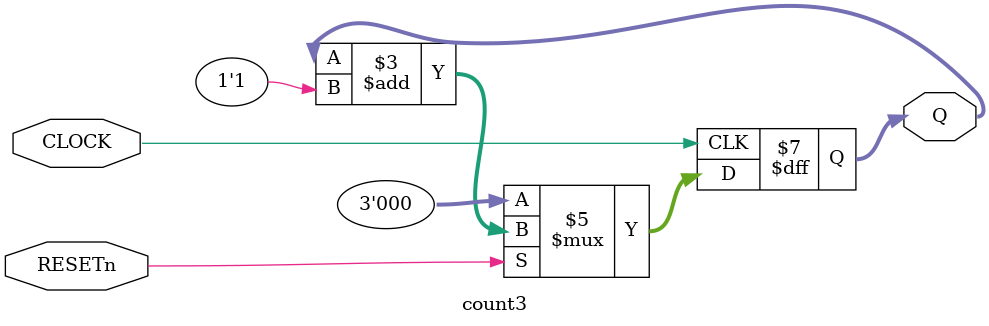
<source format=v>

`default_nettype none

// Reset with SW[0]. Clock counter and memory with KEY[0]
// Each clock cycle reads a character from memory and shows it on the HEX displays
module Display (CLOCK, RESETn, HEX0, LEDR);
    input  wire         CLOCK;
    input  wire         RESETn;
    output reg  [ 6: 0] HEX0;
    output wire [ 9: 0] LEDR;

    parameter A = 8'd65, b = 8'd98, C = 8'd67, d = 8'd100, E = 8'd69, 
		F = 8'd70, g = 8'd103, h = 8'd104;

	wire        [ 2: 0] count;
    wire        [ 7: 0] char;

    count3 U1 (CLOCK, RESETn, count);
    inst_mem U2 ({2'b0, count}, CLOCK, char);
    assign LEDR = {2'b0, char};
    
    always @(*)
        case (char)
            A: HEX0 = 7'b0001000;
            b: HEX0 = 7'b0000011;
            C: HEX0 = 7'b1000110;
            d: HEX0 = 7'b0100001;
            E: HEX0 = 7'b0000110;
            F: HEX0 = 7'b0001110;
            g: HEX0 = 7'b0010000;
            h: HEX0 = 7'b0001011;
            default HEX0 = 7'b1111111;
        endcase
endmodule

module count3 (CLOCK, RESETn, Q);
    input  wire         CLOCK;
    input  wire         RESETn;
    output reg  [ 2: 0] Q;

    always @ (posedge CLOCK)
        if (RESETn == 0)
            Q <= 3'b000;
        else
            Q <= Q + 1'b1;
endmodule

</source>
